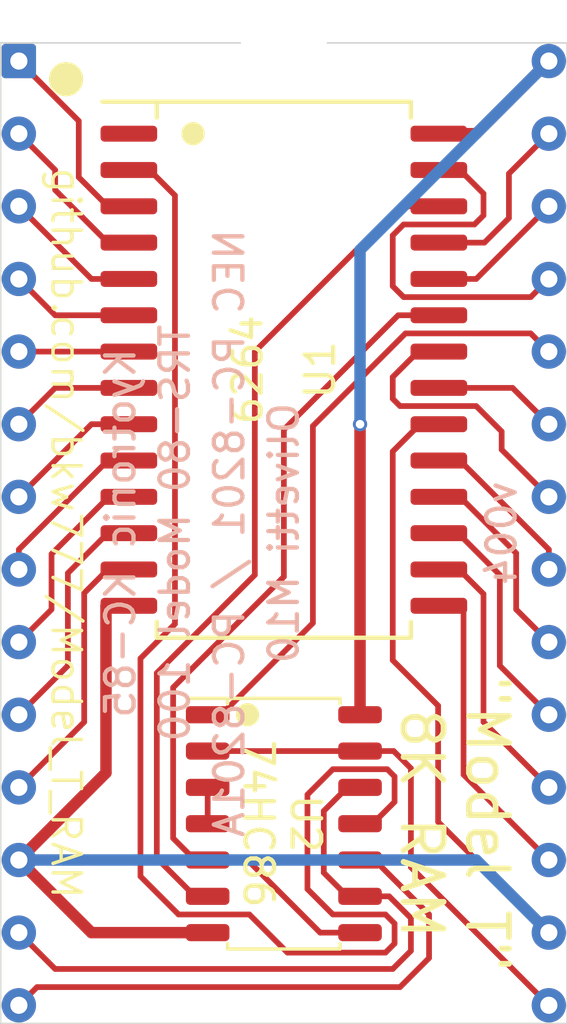
<source format=kicad_pcb>
(kicad_pcb (version 20171130) (host pcbnew 5.1.10-88a1d61d58~88~ubuntu20.10.1)

  (general
    (thickness 1.6)
    (drawings 13)
    (tracks 161)
    (zones 0)
    (modules 4)
    (nets 32)
  )

  (page USLetter)
  (title_block
    (title "Model T RAM Module")
    (date 2021-08-05)
    (rev 004)
    (company b.kenyon.w@gmail.com)
  )

  (layers
    (0 F.Cu signal)
    (31 B.Cu signal)
    (32 B.Adhes user hide)
    (33 F.Adhes user hide)
    (34 B.Paste user hide)
    (35 F.Paste user hide)
    (36 B.SilkS user)
    (37 F.SilkS user)
    (38 B.Mask user)
    (39 F.Mask user)
    (40 Dwgs.User user)
    (41 Cmts.User user hide)
    (42 Eco1.User user hide)
    (43 Eco2.User user hide)
    (44 Edge.Cuts user)
    (45 Margin user hide)
    (46 B.CrtYd user hide)
    (47 F.CrtYd user hide)
  )

  (setup
    (last_trace_width 0.2)
    (user_trace_width 0.4)
    (trace_clearance 0.2)
    (zone_clearance 0.508)
    (zone_45_only no)
    (trace_min 0.2)
    (via_size 0.5)
    (via_drill 0.3)
    (via_min_size 0.5)
    (via_min_drill 0.3)
    (user_via 1.2 0.6)
    (uvia_size 0.5)
    (uvia_drill 0.3)
    (uvias_allowed no)
    (uvia_min_size 0.5)
    (uvia_min_drill 0.3)
    (edge_width 0.05)
    (segment_width 0.2)
    (pcb_text_width 0.3)
    (pcb_text_size 1.5 1.5)
    (mod_edge_width 0.12)
    (mod_text_size 1 1)
    (mod_text_width 0.15)
    (pad_size 1.524 1.524)
    (pad_drill 0.762)
    (pad_to_mask_clearance 0)
    (solder_mask_min_width 0.22)
    (aux_axis_origin 0 0)
    (grid_origin 142.24 99.06)
    (visible_elements FFFFFF7F)
    (pcbplotparams
      (layerselection 0x010f0_ffffffff)
      (usegerberextensions false)
      (usegerberattributes true)
      (usegerberadvancedattributes true)
      (creategerberjobfile true)
      (excludeedgelayer true)
      (linewidth 0.100000)
      (plotframeref false)
      (viasonmask false)
      (mode 1)
      (useauxorigin false)
      (hpglpennumber 1)
      (hpglpenspeed 20)
      (hpglpendiameter 15.000000)
      (psnegative false)
      (psa4output false)
      (plotreference true)
      (plotvalue true)
      (plotinvisibletext false)
      (padsonsilk false)
      (subtractmaskfromsilk false)
      (outputformat 1)
      (mirror false)
      (drillshape 0)
      (scaleselection 1)
      (outputdirectory "GERBER_Model_T_RAM_v004"))
  )

  (net 0 "")
  (net 1 /~CS_C)
  (net 2 /~CS_D)
  (net 3 GND)
  (net 4 /~CS_A)
  (net 5 /~CS_B)
  (net 6 VCC)
  (net 7 /CE2)
  (net 8 /A11)
  (net 9 /A12)
  (net 10 "Net-(U2-Pad3)")
  (net 11 /A7)
  (net 12 /A6)
  (net 13 /A5)
  (net 14 /AD3)
  (net 15 /A4)
  (net 16 /AD4)
  (net 17 /A3)
  (net 18 /AD5)
  (net 19 /A2)
  (net 20 /AD6)
  (net 21 /A1)
  (net 22 /AD7)
  (net 23 /A0)
  (net 24 /~OE)
  (net 25 /AD0)
  (net 26 /A10)
  (net 27 /AD1)
  (net 28 /AD2)
  (net 29 /~WE)
  (net 30 /A9)
  (net 31 /A8)

  (net_class Default "This is the default net class."
    (clearance 0.2)
    (trace_width 0.2)
    (via_dia 0.5)
    (via_drill 0.3)
    (uvia_dia 0.5)
    (uvia_drill 0.3)
    (add_net /A0)
    (add_net /A1)
    (add_net /A10)
    (add_net /A11)
    (add_net /A12)
    (add_net /A2)
    (add_net /A3)
    (add_net /A4)
    (add_net /A5)
    (add_net /A6)
    (add_net /A7)
    (add_net /A8)
    (add_net /A9)
    (add_net /AD0)
    (add_net /AD1)
    (add_net /AD2)
    (add_net /AD3)
    (add_net /AD4)
    (add_net /AD5)
    (add_net /AD6)
    (add_net /AD7)
    (add_net /CE2)
    (add_net /~CS_A)
    (add_net /~CS_B)
    (add_net /~CS_C)
    (add_net /~CS_D)
    (add_net /~OE)
    (add_net /~WE)
    (add_net GND)
    (add_net "Net-(U2-Pad3)")
    (add_net VCC)
  )

  (module 000_LOCAL:NPTH_3mm locked (layer F.Cu) (tedit 6074CF23) (tstamp 610C897B)
    (at 142.24 81.915)
    (fp_text reference REF** (at 0 2 unlocked) (layer F.SilkS) hide
      (effects (font (size 1 1) (thickness 0.1)))
    )
    (fp_text value NPTH_3mm (at 0 -2) (layer F.Fab)
      (effects (font (size 1 1) (thickness 0.1)))
    )
    (pad "" np_thru_hole circle (at 0 0) (size 3 3) (drill 3) (layers *.Cu *.Mask))
  )

  (module 000_LOCAL:SOIC-14_4x9 (layer F.Cu) (tedit 607E2016) (tstamp 6074D738)
    (at 142.24 109.22)
    (descr "SOIC, 14 Pin (JEDEC MS-012AB, https://www.analog.com/media/en/package-pcb-resources/package/pkg_pdf/soic_narrow-r/r_14.pdf), generated with kicad-footprint-generator ipc_gullwing_generator.py")
    (tags "SOIC SO")
    (path /60785C24)
    (attr smd)
    (fp_text reference U2 (at 0.762 0 -90 unlocked) (layer F.SilkS)
      (effects (font (size 1 1) (thickness 0.15)))
    )
    (fp_text value 74HC86 (at -0.889 0 -90 unlocked) (layer F.SilkS)
      (effects (font (size 1 1) (thickness 0.15)))
    )
    (fp_line (start 3.7 -4.58) (end -3.7 -4.58) (layer F.CrtYd) (width 0.05))
    (fp_line (start 3.7 4.58) (end 3.7 -4.58) (layer F.CrtYd) (width 0.05))
    (fp_line (start -3.7 4.58) (end 3.7 4.58) (layer F.CrtYd) (width 0.05))
    (fp_line (start -3.7 -4.58) (end -3.7 4.58) (layer F.CrtYd) (width 0.05))
    (fp_line (start -1.95 -3.35) (end -0.975 -4.325) (layer F.Fab) (width 0.1))
    (fp_line (start -1.95 4.325) (end -1.95 -3.35) (layer F.Fab) (width 0.1))
    (fp_line (start 1.95 4.325) (end -1.95 4.325) (layer F.Fab) (width 0.1))
    (fp_line (start 1.95 -4.325) (end 1.95 4.325) (layer F.Fab) (width 0.1))
    (fp_line (start -0.975 -4.325) (end 1.95 -4.325) (layer F.Fab) (width 0.1))
    (fp_line (start -1.9685 4.191) (end -1.9685 4.3815) (layer F.SilkS) (width 0.12))
    (fp_line (start -1.9685 4.3815) (end 1.9685 4.3815) (layer F.SilkS) (width 0.12))
    (fp_line (start 1.9685 4.3815) (end 1.9685 4.191) (layer F.SilkS) (width 0.12))
    (fp_line (start -3.3655 -4.3815) (end 1.9685 -4.3815) (layer F.SilkS) (width 0.12))
    (fp_line (start 1.9685 -4.191) (end 1.9685 -4.3815) (layer F.SilkS) (width 0.12))
    (fp_line (start -1.9685 -4.191) (end -1.9685 -4.3815) (layer F.SilkS) (width 0.12))
    (fp_circle (center -1.27 -3.81) (end -1.0668 -3.81) (layer F.SilkS) (width 0.4064))
    (fp_text user %R (at 0 0) (layer F.Fab)
      (effects (font (size 0.98 0.98) (thickness 0.15)))
    )
    (pad 14 smd roundrect (at 2.6655 -3.81) (size 1.524 0.6) (layers F.Cu F.Paste F.Mask) (roundrect_rratio 0.25)
      (net 6 VCC))
    (pad 13 smd roundrect (at 2.6655 -2.54) (size 1.524 0.6) (layers F.Cu F.Paste F.Mask) (roundrect_rratio 0.25)
      (net 1 /~CS_C))
    (pad 12 smd roundrect (at 2.6655 -1.27) (size 1.524 0.6) (layers F.Cu F.Paste F.Mask) (roundrect_rratio 0.25)
      (net 4 /~CS_A))
    (pad 11 smd roundrect (at 2.6655 0) (size 1.524 0.6) (layers F.Cu F.Paste F.Mask) (roundrect_rratio 0.25)
      (net 9 /A12))
    (pad 10 smd roundrect (at 2.6655 1.27) (size 1.524 0.6) (layers F.Cu F.Paste F.Mask) (roundrect_rratio 0.25)
      (net 5 /~CS_B))
    (pad 9 smd roundrect (at 2.6655 2.54) (size 1.524 0.6) (layers F.Cu F.Paste F.Mask) (roundrect_rratio 0.25)
      (net 4 /~CS_A))
    (pad 8 smd roundrect (at 2.6655 3.81) (size 1.524 0.6) (layers F.Cu F.Paste F.Mask) (roundrect_rratio 0.25)
      (net 8 /A11))
    (pad 7 smd roundrect (at -2.6655 3.81) (size 1.524 0.6) (layers F.Cu F.Paste F.Mask) (roundrect_rratio 0.25)
      (net 3 GND))
    (pad 6 smd roundrect (at -2.6655 2.54) (size 1.524 0.6) (layers F.Cu F.Paste F.Mask) (roundrect_rratio 0.25)
      (net 7 /CE2))
    (pad 5 smd roundrect (at -2.6655 1.27) (size 1.524 0.6) (layers F.Cu F.Paste F.Mask) (roundrect_rratio 0.25)
      (net 8 /A11))
    (pad 4 smd roundrect (at -2.6655 0) (size 1.524 0.6) (layers F.Cu F.Paste F.Mask) (roundrect_rratio 0.25)
      (net 10 "Net-(U2-Pad3)"))
    (pad 3 smd roundrect (at -2.6655 -1.27) (size 1.524 0.6) (layers F.Cu F.Paste F.Mask) (roundrect_rratio 0.25)
      (net 10 "Net-(U2-Pad3)"))
    (pad 2 smd roundrect (at -2.6655 -2.54) (size 1.524 0.6) (layers F.Cu F.Paste F.Mask) (roundrect_rratio 0.25)
      (net 1 /~CS_C))
    (pad 1 smd roundrect (at -2.6655 -3.81) (size 1.524 0.6) (layers F.Cu F.Paste F.Mask) (roundrect_rratio 0.25)
      (net 2 /~CS_D))
    (model ${KIPRJMOD}/000_LOCAL.pretty/packages3d/SOIC-14_3.9x8.7mm_P1.27mm.step
      (at (xyz 0 0 0))
      (scale (xyz 1 1 1))
      (rotate (xyz 0 0 0))
    )
  )

  (module 000_LOCAL:AS6C6264-55SCN (layer F.Cu) (tedit 607E5D6C) (tstamp 6075359D)
    (at 142.24 93.345)
    (path /60748B1A)
    (attr smd)
    (fp_text reference U1 (at 1.27 0 -90) (layer F.SilkS)
      (effects (font (size 1 1) (thickness 0.15)))
    )
    (fp_text value 6264 (at -1.27 0 -90) (layer F.SilkS)
      (effects (font (size 1 1) (thickness 0.15)))
    )
    (fp_line (start -4.445 9.3726) (end 4.445 9.3726) (layer F.SilkS) (width 0.1524))
    (fp_line (start 4.445 9.3726) (end 4.445 8.81634) (layer F.SilkS) (width 0.1524))
    (fp_line (start 4.445 -9.3726) (end -6.35 -9.3726) (layer F.SilkS) (width 0.1524))
    (fp_line (start -4.445 -9.3726) (end -4.445 -8.81634) (layer F.SilkS) (width 0.1524))
    (fp_line (start -4.445 8.81634) (end -4.445 9.3726) (layer F.SilkS) (width 0.1524))
    (fp_line (start 4.445 -8.81634) (end 4.445 -9.3726) (layer F.SilkS) (width 0.1524))
    (fp_circle (center -3.175 -8.255) (end -2.9718 -8.255) (layer F.SilkS) (width 0.4064))
    (pad 28 smd roundrect (at 5.4229 -8.255) (size 1.9812 0.5588) (layers F.Cu F.Paste F.Mask) (roundrect_rratio 0.25)
      (net 6 VCC))
    (pad 27 smd roundrect (at 5.4229 -6.985) (size 1.9812 0.5588) (layers F.Cu F.Paste F.Mask) (roundrect_rratio 0.25)
      (net 29 /~WE))
    (pad 26 smd roundrect (at 5.4229 -5.715) (size 1.9812 0.5588) (layers F.Cu F.Paste F.Mask) (roundrect_rratio 0.25)
      (net 7 /CE2))
    (pad 25 smd roundrect (at 5.4229 -4.445) (size 1.9812 0.5588) (layers F.Cu F.Paste F.Mask) (roundrect_rratio 0.25)
      (net 31 /A8))
    (pad 24 smd roundrect (at 5.4229 -3.175) (size 1.9812 0.5588) (layers F.Cu F.Paste F.Mask) (roundrect_rratio 0.25)
      (net 30 /A9))
    (pad 23 smd roundrect (at 5.4229 -1.905) (size 1.9812 0.5588) (layers F.Cu F.Paste F.Mask) (roundrect_rratio 0.25)
      (net 8 /A11))
    (pad 22 smd roundrect (at 5.4229 -0.635) (size 1.9812 0.5588) (layers F.Cu F.Paste F.Mask) (roundrect_rratio 0.25)
      (net 24 /~OE))
    (pad 21 smd roundrect (at 5.4229 0.635) (size 1.9812 0.5588) (layers F.Cu F.Paste F.Mask) (roundrect_rratio 0.25)
      (net 26 /A10))
    (pad 20 smd roundrect (at 5.4229 1.905) (size 1.9812 0.5588) (layers F.Cu F.Paste F.Mask) (roundrect_rratio 0.25)
      (net 3 GND))
    (pad 19 smd roundrect (at 5.4229 3.175) (size 1.9812 0.5588) (layers F.Cu F.Paste F.Mask) (roundrect_rratio 0.25)
      (net 22 /AD7))
    (pad 18 smd roundrect (at 5.4229 4.445) (size 1.9812 0.5588) (layers F.Cu F.Paste F.Mask) (roundrect_rratio 0.25)
      (net 20 /AD6))
    (pad 17 smd roundrect (at 5.4229 5.715) (size 1.9812 0.5588) (layers F.Cu F.Paste F.Mask) (roundrect_rratio 0.25)
      (net 18 /AD5))
    (pad 16 smd roundrect (at 5.4229 6.985) (size 1.9812 0.5588) (layers F.Cu F.Paste F.Mask) (roundrect_rratio 0.25)
      (net 16 /AD4))
    (pad 15 smd roundrect (at 5.4229 8.255) (size 1.9812 0.5588) (layers F.Cu F.Paste F.Mask) (roundrect_rratio 0.25)
      (net 14 /AD3))
    (pad 14 smd roundrect (at -5.4229 8.255) (size 1.9812 0.5588) (layers F.Cu F.Paste F.Mask) (roundrect_rratio 0.25)
      (net 3 GND))
    (pad 13 smd roundrect (at -5.4229 6.985) (size 1.9812 0.5588) (layers F.Cu F.Paste F.Mask) (roundrect_rratio 0.25)
      (net 28 /AD2))
    (pad 12 smd roundrect (at -5.4229 5.715) (size 1.9812 0.5588) (layers F.Cu F.Paste F.Mask) (roundrect_rratio 0.25)
      (net 27 /AD1))
    (pad 11 smd roundrect (at -5.4229 4.445) (size 1.9812 0.5588) (layers F.Cu F.Paste F.Mask) (roundrect_rratio 0.25)
      (net 25 /AD0))
    (pad 10 smd roundrect (at -5.4229 3.175) (size 1.9812 0.5588) (layers F.Cu F.Paste F.Mask) (roundrect_rratio 0.25)
      (net 23 /A0))
    (pad 9 smd roundrect (at -5.4229 1.905) (size 1.9812 0.5588) (layers F.Cu F.Paste F.Mask) (roundrect_rratio 0.25)
      (net 21 /A1))
    (pad 8 smd roundrect (at -5.4229 0.635) (size 1.9812 0.5588) (layers F.Cu F.Paste F.Mask) (roundrect_rratio 0.25)
      (net 19 /A2))
    (pad 7 smd roundrect (at -5.4229 -0.635) (size 1.9812 0.5588) (layers F.Cu F.Paste F.Mask) (roundrect_rratio 0.25)
      (net 17 /A3))
    (pad 6 smd roundrect (at -5.4229 -1.905) (size 1.9812 0.5588) (layers F.Cu F.Paste F.Mask) (roundrect_rratio 0.25)
      (net 15 /A4))
    (pad 5 smd roundrect (at -5.4229 -3.175) (size 1.9812 0.5588) (layers F.Cu F.Paste F.Mask) (roundrect_rratio 0.25)
      (net 13 /A5))
    (pad 4 smd roundrect (at -5.4229 -4.445) (size 1.9812 0.5588) (layers F.Cu F.Paste F.Mask) (roundrect_rratio 0.25)
      (net 12 /A6))
    (pad 3 smd roundrect (at -5.4229 -5.715) (size 1.9812 0.5588) (layers F.Cu F.Paste F.Mask) (roundrect_rratio 0.25)
      (net 11 /A7))
    (pad 2 smd roundrect (at -5.4229 -6.985) (size 1.9812 0.5588) (layers F.Cu F.Paste F.Mask) (roundrect_rratio 0.25)
      (net 9 /A12))
    (pad 1 smd roundrect (at -5.4229 -8.255) (size 1.9812 0.5588) (layers F.Cu F.Paste F.Mask) (roundrect_rratio 0.25))
    (model ${KIPRJMOD}/000_LOCAL.pretty/packages3d/SOP-28_MIL330_ALL.step
      (at (xyz 0 0 0))
      (scale (xyz 1 1 1))
      (rotate (xyz 0 0 0))
    )
  )

  (module 000_LOCAL:DIP28_0.73_pcb_sil_pins (layer F.Cu) (tedit 6074CBA6) (tstamp 6074D6F1)
    (at 142.24 99.06)
    (descr "28-lead though-hole mounted DIP package, row spacing 15.24 mm (600 mils)")
    (tags "THT DIP DIL PDIP 2.54mm 15.24mm 600mil")
    (path /60746CE1)
    (fp_text reference J1 (at 0 0 -90) (layer F.SilkS) hide
      (effects (font (size 1 1) (thickness 0.15)))
    )
    (fp_text value KC-85_RAM (at -1.5 0 -90) (layer F.Fab)
      (effects (font (size 1 1) (thickness 0.15)))
    )
    (fp_line (start -9.8806 -17.1196) (end -9.8806 17.1196) (layer F.CrtYd) (width 0.01))
    (fp_line (start -9.8806 17.1196) (end 9.8806 17.1196) (layer F.CrtYd) (width 0.01))
    (fp_line (start 9.8806 17.1196) (end 9.8806 -17.1196) (layer F.CrtYd) (width 0.01))
    (fp_line (start 9.8806 -17.1196) (end -9.8806 -17.1196) (layer F.CrtYd) (width 0.01))
    (fp_text user %R (at 0 0 -90) (layer F.Fab)
      (effects (font (size 1 1) (thickness 0.15)))
    )
    (pad 1 thru_hole roundrect (at -9.271 -16.51) (size 1.2 1.2) (drill 0.6) (layers *.Cu *.Mask) (roundrect_rratio 0.1)
      (net 11 /A7))
    (pad 15 thru_hole circle (at 9.271 16.51) (size 1.2 1.2) (drill 0.6) (layers *.Cu *.Mask)
      (net 1 /~CS_C))
    (pad 2 thru_hole circle (at -9.271 -13.97) (size 1.2 1.2) (drill 0.6) (layers *.Cu *.Mask)
      (net 12 /A6))
    (pad 16 thru_hole circle (at 9.271 13.97) (size 1.2 1.2) (drill 0.6) (layers *.Cu *.Mask)
      (net 3 GND))
    (pad 3 thru_hole circle (at -9.271 -11.43) (size 1.2 1.2) (drill 0.6) (layers *.Cu *.Mask)
      (net 13 /A5))
    (pad 17 thru_hole circle (at 9.271 11.43) (size 1.2 1.2) (drill 0.6) (layers *.Cu *.Mask)
      (net 14 /AD3))
    (pad 4 thru_hole circle (at -9.271 -8.89) (size 1.2 1.2) (drill 0.6) (layers *.Cu *.Mask)
      (net 15 /A4))
    (pad 18 thru_hole circle (at 9.271 8.89) (size 1.2 1.2) (drill 0.6) (layers *.Cu *.Mask)
      (net 16 /AD4))
    (pad 5 thru_hole circle (at -9.271 -6.35) (size 1.2 1.2) (drill 0.6) (layers *.Cu *.Mask)
      (net 17 /A3))
    (pad 19 thru_hole circle (at 9.271 6.35) (size 1.2 1.2) (drill 0.6) (layers *.Cu *.Mask)
      (net 18 /AD5))
    (pad 6 thru_hole circle (at -9.271 -3.81) (size 1.2 1.2) (drill 0.6) (layers *.Cu *.Mask)
      (net 19 /A2))
    (pad 20 thru_hole circle (at 9.271 3.81) (size 1.2 1.2) (drill 0.6) (layers *.Cu *.Mask)
      (net 20 /AD6))
    (pad 7 thru_hole circle (at -9.271 -1.27) (size 1.2 1.2) (drill 0.6) (layers *.Cu *.Mask)
      (net 21 /A1))
    (pad 21 thru_hole circle (at 9.271 1.27) (size 1.2 1.2) (drill 0.6) (layers *.Cu *.Mask)
      (net 22 /AD7))
    (pad 8 thru_hole circle (at -9.271 1.27) (size 1.2 1.2) (drill 0.6) (layers *.Cu *.Mask)
      (net 23 /A0))
    (pad 22 thru_hole circle (at 9.271 -1.27) (size 1.2 1.2) (drill 0.6) (layers *.Cu *.Mask)
      (net 24 /~OE))
    (pad 9 thru_hole circle (at -9.271 3.81) (size 1.2 1.2) (drill 0.6) (layers *.Cu *.Mask)
      (net 25 /AD0))
    (pad 23 thru_hole circle (at 9.271 -3.81) (size 1.2 1.2) (drill 0.6) (layers *.Cu *.Mask)
      (net 26 /A10))
    (pad 10 thru_hole circle (at -9.271 6.35) (size 1.2 1.2) (drill 0.6) (layers *.Cu *.Mask)
      (net 27 /AD1))
    (pad 24 thru_hole circle (at 9.271 -6.35) (size 1.2 1.2) (drill 0.6) (layers *.Cu *.Mask)
      (net 2 /~CS_D))
    (pad 11 thru_hole circle (at -9.271 8.89) (size 1.2 1.2) (drill 0.6) (layers *.Cu *.Mask)
      (net 28 /AD2))
    (pad 25 thru_hole circle (at 9.271 -8.89) (size 1.2 1.2) (drill 0.6) (layers *.Cu *.Mask)
      (net 29 /~WE))
    (pad 12 thru_hole circle (at -9.271 11.43) (size 1.2 1.2) (drill 0.6) (layers *.Cu *.Mask)
      (net 3 GND))
    (pad 26 thru_hole circle (at 9.271 -11.43) (size 1.2 1.2) (drill 0.6) (layers *.Cu *.Mask)
      (net 30 /A9))
    (pad 13 thru_hole circle (at -9.271 13.97) (size 1.2 1.2) (drill 0.6) (layers *.Cu *.Mask)
      (net 4 /~CS_A))
    (pad 27 thru_hole circle (at 9.271 -13.97) (size 1.2 1.2) (drill 0.6) (layers *.Cu *.Mask)
      (net 31 /A8))
    (pad 14 thru_hole circle (at -9.271 16.51) (size 1.2 1.2) (drill 0.6) (layers *.Cu *.Mask)
      (net 5 /~CS_B))
    (pad 28 thru_hole circle (at 9.271 -16.51) (size 1.2 1.2) (drill 0.6) (layers *.Cu *.Mask)
      (net 6 VCC))
    (model ${KIPRJMOD}/000_LOCAL.pretty/packages3d/DIL_LEG.step
      (offset (xyz -9.271000000000001 16.51 0.18034))
      (scale (xyz 1 1 1))
      (rotate (xyz 0 0 0))
    )
    (model ${KIPRJMOD}/000_LOCAL.pretty/packages3d/DIL_LEG.step
      (offset (xyz -9.271000000000001 13.97 0.18034))
      (scale (xyz 1 1 1))
      (rotate (xyz 0 0 0))
    )
    (model ${KIPRJMOD}/000_LOCAL.pretty/packages3d/DIL_LEG.step
      (offset (xyz -9.271000000000001 11.43 0.18034))
      (scale (xyz 1 1 1))
      (rotate (xyz 0 0 0))
    )
    (model ${KIPRJMOD}/000_LOCAL.pretty/packages3d/DIL_LEG.step
      (offset (xyz -9.271000000000001 8.890000000000001 0.18034))
      (scale (xyz 1 1 1))
      (rotate (xyz 0 0 0))
    )
    (model ${KIPRJMOD}/000_LOCAL.pretty/packages3d/DIL_LEG.step
      (offset (xyz -9.271000000000001 6.35 0.18034))
      (scale (xyz 1 1 1))
      (rotate (xyz 0 0 0))
    )
    (model ${KIPRJMOD}/000_LOCAL.pretty/packages3d/DIL_LEG.step
      (offset (xyz -9.271000000000001 3.81 0.18034))
      (scale (xyz 1 1 1))
      (rotate (xyz 0 0 0))
    )
    (model ${KIPRJMOD}/000_LOCAL.pretty/packages3d/DIL_LEG.step
      (offset (xyz -9.271000000000001 1.27 0.18034))
      (scale (xyz 1 1 1))
      (rotate (xyz 0 0 0))
    )
    (model ${KIPRJMOD}/000_LOCAL.pretty/packages3d/DIL_LEG.step
      (offset (xyz -9.271000000000001 -1.27 0.18034))
      (scale (xyz 1 1 1))
      (rotate (xyz 0 0 0))
    )
    (model ${KIPRJMOD}/000_LOCAL.pretty/packages3d/DIL_LEG.step
      (offset (xyz -9.271000000000001 -3.81 0.18034))
      (scale (xyz 1 1 1))
      (rotate (xyz 0 0 0))
    )
    (model ${KIPRJMOD}/000_LOCAL.pretty/packages3d/DIL_LEG.step
      (offset (xyz -9.271000000000001 -6.35 0.18034))
      (scale (xyz 1 1 1))
      (rotate (xyz 0 0 0))
    )
    (model ${KIPRJMOD}/000_LOCAL.pretty/packages3d/DIL_LEG.step
      (offset (xyz -9.271000000000001 -8.890000000000001 0.18034))
      (scale (xyz 1 1 1))
      (rotate (xyz 0 0 0))
    )
    (model ${KIPRJMOD}/000_LOCAL.pretty/packages3d/DIL_LEG.step
      (offset (xyz -9.271000000000001 -11.43 0.18034))
      (scale (xyz 1 1 1))
      (rotate (xyz 0 0 0))
    )
    (model ${KIPRJMOD}/000_LOCAL.pretty/packages3d/DIL_LEG.step
      (offset (xyz -9.271000000000001 -13.97 0.18034))
      (scale (xyz 1 1 1))
      (rotate (xyz 0 0 0))
    )
    (model ${KIPRJMOD}/000_LOCAL.pretty/packages3d/DIL_LEG.step
      (offset (xyz -9.271000000000001 -16.51 0.18034))
      (scale (xyz 1 1 1))
      (rotate (xyz 0 0 0))
    )
    (model ${KIPRJMOD}/000_LOCAL.pretty/packages3d/DIL_LEG.step
      (offset (xyz 9.271000000000001 -16.51 0.18034))
      (scale (xyz 1 1 1))
      (rotate (xyz 0 0 0))
    )
    (model ${KIPRJMOD}/000_LOCAL.pretty/packages3d/DIL_LEG.step
      (offset (xyz 9.271000000000001 -13.97 0.18034))
      (scale (xyz 1 1 1))
      (rotate (xyz 0 0 0))
    )
    (model ${KIPRJMOD}/000_LOCAL.pretty/packages3d/DIL_LEG.step
      (offset (xyz 9.271000000000001 -11.43 0.18034))
      (scale (xyz 1 1 1))
      (rotate (xyz 0 0 0))
    )
    (model ${KIPRJMOD}/000_LOCAL.pretty/packages3d/DIL_LEG.step
      (offset (xyz 9.271000000000001 -8.890000000000001 0.18034))
      (scale (xyz 1 1 1))
      (rotate (xyz 0 0 0))
    )
    (model ${KIPRJMOD}/000_LOCAL.pretty/packages3d/DIL_LEG.step
      (offset (xyz 9.271000000000001 -6.35 0.18034))
      (scale (xyz 1 1 1))
      (rotate (xyz 0 0 0))
    )
    (model ${KIPRJMOD}/000_LOCAL.pretty/packages3d/DIL_LEG.step
      (offset (xyz 9.271000000000001 -3.81 0.18034))
      (scale (xyz 1 1 1))
      (rotate (xyz 0 0 0))
    )
    (model ${KIPRJMOD}/000_LOCAL.pretty/packages3d/DIL_LEG.step
      (offset (xyz 9.271000000000001 -1.27 0.18034))
      (scale (xyz 1 1 1))
      (rotate (xyz 0 0 0))
    )
    (model ${KIPRJMOD}/000_LOCAL.pretty/packages3d/DIL_LEG.step
      (offset (xyz 9.271000000000001 1.27 0.18034))
      (scale (xyz 1 1 1))
      (rotate (xyz 0 0 0))
    )
    (model ${KIPRJMOD}/000_LOCAL.pretty/packages3d/DIL_LEG.step
      (offset (xyz 9.271000000000001 3.81 0.18034))
      (scale (xyz 1 1 1))
      (rotate (xyz 0 0 0))
    )
    (model ${KIPRJMOD}/000_LOCAL.pretty/packages3d/DIL_LEG.step
      (offset (xyz 9.271000000000001 6.35 0.18034))
      (scale (xyz 1 1 1))
      (rotate (xyz 0 0 0))
    )
    (model ${KIPRJMOD}/000_LOCAL.pretty/packages3d/DIL_LEG.step
      (offset (xyz 9.271000000000001 8.890000000000001 0.18034))
      (scale (xyz 1 1 1))
      (rotate (xyz 0 0 0))
    )
    (model ${KIPRJMOD}/000_LOCAL.pretty/packages3d/DIL_LEG.step
      (offset (xyz 9.271000000000001 11.43 0.18034))
      (scale (xyz 1 1 1))
      (rotate (xyz 0 0 0))
    )
    (model ${KIPRJMOD}/000_LOCAL.pretty/packages3d/DIL_LEG.step
      (offset (xyz 9.271000000000001 13.97 0.18034))
      (scale (xyz 1 1 1))
      (rotate (xyz 0 0 0))
    )
    (model ${KIPRJMOD}/000_LOCAL.pretty/packages3d/DIL_LEG.step
      (offset (xyz 9.271000000000001 16.51 0.18034))
      (scale (xyz 1 1 1))
      (rotate (xyz 0 0 0))
    )
  )

  (gr_text v004 (at 149.86 99.06 90) (layer B.SilkS)
    (effects (font (size 1 1) (thickness 0.15)) (justify mirror))
  )
  (gr_text "Olivetti M10" (at 142.24 99.06 90) (layer B.SilkS) (tstamp 6075FF6C)
    (effects (font (size 1 1) (thickness 0.15)) (justify mirror))
  )
  (gr_text "NEC PC-8201 / PC-8201A" (at 140.335 99.06 90) (layer B.SilkS) (tstamp 6075FF6A)
    (effects (font (size 1 1) (thickness 0.15)) (justify mirror))
  )
  (gr_text "Kyotronic KC-85" (at 136.525 99.06 90) (layer B.SilkS) (tstamp 6075FF68)
    (effects (font (size 1 1) (thickness 0.15)) (justify mirror))
  )
  (gr_text "TRS-80 Model 100" (at 138.43 99.06 -270) (layer B.SilkS)
    (effects (font (size 1 1) (thickness 0.15)) (justify mirror))
  )
  (gr_text github.com/bkw777/Model_T_RAM (at 134.62 99.06 -90) (layer F.SilkS)
    (effects (font (size 1 1) (thickness 0.12)))
  )
  (gr_circle (center 134.62 83.185) (end 134.92 83.185) (layer F.SilkS) (width 0.6))
  (gr_text "8K RAM" (at 147.066 109.22 -90) (layer F.SilkS) (tstamp 607587F3)
    (effects (font (size 1.4 1.4) (thickness 0.2)))
  )
  (gr_text "\"Model T\"" (at 149.352 109.22 -90) (layer F.SilkS)
    (effects (font (size 1.4 1.4) (thickness 0.2)))
  )
  (gr_line (start 152.146 81.915) (end 132.334 81.915) (layer Edge.Cuts) (width 0.05) (tstamp 6074DB6C))
  (gr_line (start 152.146 116.205) (end 152.146 81.915) (layer Edge.Cuts) (width 0.05))
  (gr_line (start 132.334 116.205) (end 152.146 116.205) (layer Edge.Cuts) (width 0.05))
  (gr_line (start 132.334 81.915) (end 132.334 116.205) (layer Edge.Cuts) (width 0.05))

  (segment (start 146.685 110.744) (end 151.511 115.57) (width 0.2) (layer F.Cu) (net 1))
  (segment (start 146.685 107.28325) (end 146.685 110.744) (width 0.2) (layer F.Cu) (net 1))
  (segment (start 146.08175 106.68) (end 146.685 107.28325) (width 0.2) (layer F.Cu) (net 1))
  (segment (start 139.5745 106.68) (end 146.08175 106.68) (width 0.2) (layer F.Cu) (net 1))
  (segment (start 146.4945 92.075) (end 150.876 92.075) (width 0.2) (layer F.Cu) (net 2))
  (segment (start 143.256 95.3135) (end 146.4945 92.075) (width 0.2) (layer F.Cu) (net 2))
  (segment (start 150.876 92.075) (end 151.511 92.71) (width 0.2) (layer F.Cu) (net 2))
  (segment (start 143.256 102.20325) (end 143.256 95.3135) (width 0.2) (layer F.Cu) (net 2))
  (segment (start 140.04925 105.41) (end 143.256 102.20325) (width 0.2) (layer F.Cu) (net 2))
  (segment (start 139.5745 105.41) (end 140.04925 105.41) (width 0.2) (layer F.Cu) (net 2))
  (segment (start 135.509 113.03) (end 132.969 110.49) (width 0.4) (layer F.Cu) (net 3))
  (segment (start 139.5745 113.03) (end 135.509 113.03) (width 0.4) (layer F.Cu) (net 3))
  (segment (start 136.017 107.442) (end 132.969 110.49) (width 0.4) (layer F.Cu) (net 3))
  (segment (start 136.017 101.6) (end 136.017 107.442) (width 0.4) (layer F.Cu) (net 3))
  (segment (start 136.8171 101.6) (end 136.017 101.6) (width 0.4) (layer F.Cu) (net 3))
  (segment (start 147.6375 109.1565) (end 151.511 113.03) (width 0.2) (layer F.Cu) (net 3))
  (segment (start 147.6375 105.0925) (end 147.6375 109.1565) (width 0.2) (layer F.Cu) (net 3))
  (segment (start 146.05 103.505) (end 147.6375 105.0925) (width 0.2) (layer F.Cu) (net 3))
  (segment (start 146.05 96.2025) (end 146.05 103.505) (width 0.2) (layer F.Cu) (net 3))
  (segment (start 147.0025 95.25) (end 146.05 96.2025) (width 0.2) (layer F.Cu) (net 3))
  (segment (start 147.6629 95.25) (end 147.0025 95.25) (width 0.2) (layer F.Cu) (net 3))
  (segment (start 148.971 110.49) (end 151.511 113.03) (width 0.4) (layer B.Cu) (net 3))
  (segment (start 132.969 110.49) (end 148.971 110.49) (width 0.4) (layer B.Cu) (net 3))
  (segment (start 145.923 111.76) (end 144.9055 111.76) (width 0.2) (layer F.Cu) (net 4))
  (segment (start 146.685 112.522) (end 145.923 111.76) (width 0.2) (layer F.Cu) (net 4))
  (segment (start 146.685 113.665) (end 146.685 112.522) (width 0.2) (layer F.Cu) (net 4))
  (segment (start 146.05 114.3) (end 146.685 113.665) (width 0.2) (layer F.Cu) (net 4))
  (segment (start 134.239 114.3) (end 146.05 114.3) (width 0.2) (layer F.Cu) (net 4))
  (segment (start 132.969 113.03) (end 134.239 114.3) (width 0.2) (layer F.Cu) (net 4))
  (segment (start 144.4625 107.95) (end 144.9055 107.95) (width 0.2) (layer F.Cu) (net 4))
  (segment (start 143.637 108.7755) (end 144.4625 107.95) (width 0.2) (layer F.Cu) (net 4))
  (segment (start 143.637 110.9345) (end 143.637 108.7755) (width 0.2) (layer F.Cu) (net 4))
  (segment (start 144.4625 111.76) (end 143.637 110.9345) (width 0.2) (layer F.Cu) (net 4))
  (segment (start 144.9055 111.76) (end 144.4625 111.76) (width 0.2) (layer F.Cu) (net 4))
  (segment (start 145.415 110.49) (end 144.9055 110.49) (width 0.2) (layer F.Cu) (net 5))
  (segment (start 147.32 112.395) (end 145.415 110.49) (width 0.2) (layer F.Cu) (net 5))
  (segment (start 147.32 113.919) (end 147.32 112.395) (width 0.2) (layer F.Cu) (net 5))
  (segment (start 146.304 114.935) (end 147.32 113.919) (width 0.2) (layer F.Cu) (net 5))
  (segment (start 133.604 114.935) (end 146.304 114.935) (width 0.2) (layer F.Cu) (net 5))
  (segment (start 132.969 115.57) (end 133.604 114.935) (width 0.2) (layer F.Cu) (net 5))
  (segment (start 148.971 85.09) (end 151.511 82.55) (width 0.4) (layer F.Cu) (net 6))
  (segment (start 148.971 85.09) (end 147.6629 85.09) (width 0.4) (layer F.Cu) (net 6))
  (segment (start 144.9055 105.41) (end 144.9055 95.25) (width 0.4) (layer F.Cu) (net 6))
  (segment (start 144.9055 89.1555) (end 151.511 82.55) (width 0.4) (layer B.Cu) (net 6))
  (segment (start 144.9055 95.25) (end 144.9055 89.1555) (width 0.4) (layer B.Cu) (net 6))
  (via (at 144.9055 95.25) (size 0.5) (drill 0.3) (layers F.Cu B.Cu) (net 6))
  (segment (start 146.304 87.63) (end 147.6629 87.63) (width 0.2) (layer F.Cu) (net 7))
  (segment (start 141.224 92.71) (end 146.304 87.63) (width 0.2) (layer F.Cu) (net 7))
  (segment (start 141.224 100.5205) (end 141.224 92.71) (width 0.2) (layer F.Cu) (net 7))
  (segment (start 137.795 103.9495) (end 141.224 100.5205) (width 0.2) (layer F.Cu) (net 7))
  (segment (start 137.795 110.4265) (end 137.795 103.9495) (width 0.2) (layer F.Cu) (net 7))
  (segment (start 139.1285 111.76) (end 137.795 110.4265) (width 0.2) (layer F.Cu) (net 7))
  (segment (start 139.5745 111.76) (end 139.1285 111.76) (width 0.2) (layer F.Cu) (net 7))
  (segment (start 144.715 113.03) (end 144.715 113.03) (width 0.2) (layer F.Cu) (net 8))
  (segment (start 146.2405 91.44) (end 147.6629 91.44) (width 0.2) (layer F.Cu) (net 8))
  (segment (start 142.24 95.4405) (end 146.2405 91.44) (width 0.2) (layer F.Cu) (net 8))
  (segment (start 142.24 100.584) (end 142.24 95.4405) (width 0.2) (layer F.Cu) (net 8))
  (segment (start 138.3665 104.4575) (end 142.24 100.584) (width 0.2) (layer F.Cu) (net 8))
  (segment (start 138.3665 109.728) (end 138.3665 104.4575) (width 0.2) (layer F.Cu) (net 8))
  (segment (start 140.97 110.49) (end 139.1285 110.49) (width 0.2) (layer F.Cu) (net 8))
  (segment (start 143.51 113.03) (end 140.97 110.49) (width 0.2) (layer F.Cu) (net 8))
  (segment (start 139.1285 110.49) (end 138.3665 109.728) (width 0.2) (layer F.Cu) (net 8))
  (segment (start 144.9055 113.03) (end 143.51 113.03) (width 0.2) (layer F.Cu) (net 8))
  (segment (start 145.3515 109.22) (end 144.9055 109.22) (width 0.2) (layer F.Cu) (net 9))
  (segment (start 146.1135 108.458) (end 145.3515 109.22) (width 0.2) (layer F.Cu) (net 9))
  (segment (start 143.9545 107.315) (end 145.8595 107.315) (width 0.2) (layer F.Cu) (net 9))
  (segment (start 143.0655 108.204) (end 143.9545 107.315) (width 0.2) (layer F.Cu) (net 9))
  (segment (start 143.0655 111.506) (end 143.0655 108.204) (width 0.2) (layer F.Cu) (net 9))
  (segment (start 137.541 86.36) (end 138.43 87.249) (width 0.2) (layer F.Cu) (net 9))
  (segment (start 137.2235 103.4415) (end 137.2235 111.0615) (width 0.2) (layer F.Cu) (net 9))
  (segment (start 136.8171 86.36) (end 137.541 86.36) (width 0.2) (layer F.Cu) (net 9))
  (segment (start 138.43 87.249) (end 138.43 102.235) (width 0.2) (layer F.Cu) (net 9))
  (segment (start 138.43 102.235) (end 137.2235 103.4415) (width 0.2) (layer F.Cu) (net 9))
  (segment (start 145.796 112.395) (end 143.9545 112.395) (width 0.2) (layer F.Cu) (net 9))
  (segment (start 143.9545 112.395) (end 143.0655 111.506) (width 0.2) (layer F.Cu) (net 9))
  (segment (start 137.2235 111.0615) (end 138.557 112.395) (width 0.2) (layer F.Cu) (net 9))
  (segment (start 138.557 112.395) (end 141.0335 112.395) (width 0.2) (layer F.Cu) (net 9))
  (segment (start 141.0335 112.395) (end 142.367 113.7285) (width 0.2) (layer F.Cu) (net 9))
  (segment (start 142.367 113.7285) (end 145.796 113.7285) (width 0.2) (layer F.Cu) (net 9))
  (segment (start 145.8595 107.315) (end 146.1135 107.569) (width 0.2) (layer F.Cu) (net 9))
  (segment (start 145.796 113.7285) (end 146.1135 113.411) (width 0.2) (layer F.Cu) (net 9))
  (segment (start 146.1135 113.411) (end 146.1135 112.7125) (width 0.2) (layer F.Cu) (net 9))
  (segment (start 146.1135 107.569) (end 146.1135 108.458) (width 0.2) (layer F.Cu) (net 9))
  (segment (start 146.1135 112.7125) (end 145.796 112.395) (width 0.2) (layer F.Cu) (net 9))
  (segment (start 139.5745 109.22) (end 139.5745 107.95) (width 0.2) (layer F.Cu) (net 10))
  (segment (start 135.0645 86.614) (end 135.0645 84.6455) (width 0.2) (layer F.Cu) (net 11))
  (segment (start 136.0805 87.63) (end 135.0645 86.614) (width 0.2) (layer F.Cu) (net 11))
  (segment (start 135.0645 84.6455) (end 132.969 82.55) (width 0.2) (layer F.Cu) (net 11))
  (segment (start 136.8171 87.63) (end 136.0805 87.63) (width 0.2) (layer F.Cu) (net 11))
  (segment (start 134.239 86.36) (end 132.969 85.09) (width 0.2) (layer F.Cu) (net 12))
  (segment (start 134.239 87.0585) (end 134.239 86.36) (width 0.2) (layer F.Cu) (net 12))
  (segment (start 136.0805 88.9) (end 134.239 87.0585) (width 0.2) (layer F.Cu) (net 12))
  (segment (start 136.8171 88.9) (end 136.0805 88.9) (width 0.2) (layer F.Cu) (net 12))
  (segment (start 136.8171 90.17) (end 135.509 90.17) (width 0.2) (layer F.Cu) (net 13))
  (segment (start 135.509 90.17) (end 132.969 87.63) (width 0.2) (layer F.Cu) (net 13))
  (segment (start 148.5265 101.6) (end 147.6629 101.6) (width 0.2) (layer F.Cu) (net 14))
  (segment (start 148.5265 107.5055) (end 148.5265 101.6) (width 0.2) (layer F.Cu) (net 14))
  (segment (start 151.511 110.49) (end 148.5265 107.5055) (width 0.2) (layer F.Cu) (net 14))
  (segment (start 134.239 91.44) (end 132.969 90.17) (width 0.2) (layer F.Cu) (net 15))
  (segment (start 136.8171 91.44) (end 134.239 91.44) (width 0.2) (layer F.Cu) (net 15))
  (segment (start 148.36775 100.33) (end 147.6629 100.33) (width 0.2) (layer F.Cu) (net 16))
  (segment (start 149.225 101.18725) (end 148.36775 100.33) (width 0.2) (layer F.Cu) (net 16))
  (segment (start 149.225 105.664) (end 149.225 101.18725) (width 0.2) (layer F.Cu) (net 16))
  (segment (start 151.511 107.95) (end 149.225 105.664) (width 0.2) (layer F.Cu) (net 16))
  (segment (start 132.969 92.71) (end 136.8171 92.71) (width 0.2) (layer F.Cu) (net 17))
  (segment (start 148.336 99.06) (end 147.6629 99.06) (width 0.2) (layer F.Cu) (net 18))
  (segment (start 149.7965 100.5205) (end 148.336 99.06) (width 0.2) (layer F.Cu) (net 18))
  (segment (start 149.7965 103.6955) (end 149.7965 100.5205) (width 0.2) (layer F.Cu) (net 18))
  (segment (start 151.511 105.41) (end 149.7965 103.6955) (width 0.2) (layer F.Cu) (net 18))
  (segment (start 134.239 93.98) (end 132.969 95.25) (width 0.2) (layer F.Cu) (net 19))
  (segment (start 136.8171 93.98) (end 134.239 93.98) (width 0.2) (layer F.Cu) (net 19))
  (segment (start 148.3995 97.79) (end 147.6629 97.79) (width 0.2) (layer F.Cu) (net 20))
  (segment (start 150.368 99.7585) (end 148.3995 97.79) (width 0.2) (layer F.Cu) (net 20))
  (segment (start 150.368 101.727) (end 150.368 99.7585) (width 0.2) (layer F.Cu) (net 20))
  (segment (start 151.511 102.87) (end 150.368 101.727) (width 0.2) (layer F.Cu) (net 20))
  (segment (start 135.509 95.25) (end 132.969 97.79) (width 0.2) (layer F.Cu) (net 21))
  (segment (start 136.8171 95.25) (end 135.509 95.25) (width 0.2) (layer F.Cu) (net 21))
  (segment (start 148.3995 96.52) (end 147.6629 96.52) (width 0.2) (layer F.Cu) (net 22))
  (segment (start 151.511 99.6315) (end 148.3995 96.52) (width 0.2) (layer F.Cu) (net 22))
  (segment (start 151.511 100.33) (end 151.511 99.6315) (width 0.2) (layer F.Cu) (net 22))
  (segment (start 136.8171 96.52) (end 136.0805 96.52) (width 0.2) (layer F.Cu) (net 23))
  (segment (start 136.0805 96.52) (end 132.969 99.6315) (width 0.2) (layer F.Cu) (net 23))
  (segment (start 132.969 99.6315) (end 132.969 100.33) (width 0.2) (layer F.Cu) (net 23))
  (segment (start 146.939 92.71) (end 147.6629 92.71) (width 0.2) (layer F.Cu) (net 24))
  (segment (start 146.05 93.599) (end 146.939 92.71) (width 0.2) (layer F.Cu) (net 24))
  (segment (start 146.05 94.361) (end 146.05 93.599) (width 0.2) (layer F.Cu) (net 24))
  (segment (start 146.304 94.615) (end 146.05 94.361) (width 0.2) (layer F.Cu) (net 24))
  (segment (start 148.971 94.615) (end 146.304 94.615) (width 0.2) (layer F.Cu) (net 24))
  (segment (start 149.86 95.504) (end 148.971 94.615) (width 0.2) (layer F.Cu) (net 24))
  (segment (start 149.86 96.139) (end 149.86 95.504) (width 0.2) (layer F.Cu) (net 24))
  (segment (start 151.511 97.79) (end 149.86 96.139) (width 0.2) (layer F.Cu) (net 24))
  (segment (start 134.112 101.727) (end 132.969 102.87) (width 0.2) (layer F.Cu) (net 25))
  (segment (start 134.112 99.79025) (end 134.112 101.727) (width 0.2) (layer F.Cu) (net 25))
  (segment (start 136.11225 97.79) (end 134.112 99.79025) (width 0.2) (layer F.Cu) (net 25))
  (segment (start 136.8171 97.79) (end 136.11225 97.79) (width 0.2) (layer F.Cu) (net 25))
  (segment (start 150.241 93.98) (end 151.511 95.25) (width 0.2) (layer F.Cu) (net 26))
  (segment (start 147.6629 93.98) (end 150.241 93.98) (width 0.2) (layer F.Cu) (net 26))
  (segment (start 134.6835 103.6955) (end 132.969 105.41) (width 0.2) (layer F.Cu) (net 27))
  (segment (start 134.6835 100.457) (end 134.6835 103.6955) (width 0.2) (layer F.Cu) (net 27))
  (segment (start 136.0805 99.06) (end 134.6835 100.457) (width 0.2) (layer F.Cu) (net 27))
  (segment (start 136.8171 99.06) (end 136.0805 99.06) (width 0.2) (layer F.Cu) (net 27))
  (segment (start 135.255 105.664) (end 132.969 107.95) (width 0.2) (layer F.Cu) (net 28))
  (segment (start 135.255 101.1555) (end 135.255 105.664) (width 0.2) (layer F.Cu) (net 28))
  (segment (start 136.0805 100.33) (end 135.255 101.1555) (width 0.2) (layer F.Cu) (net 28))
  (segment (start 136.8171 100.33) (end 136.0805 100.33) (width 0.2) (layer F.Cu) (net 28))
  (segment (start 150.876 90.805) (end 151.511 90.17) (width 0.2) (layer F.Cu) (net 29))
  (segment (start 146.431 90.805) (end 150.876 90.805) (width 0.2) (layer F.Cu) (net 29))
  (segment (start 146.05 90.424) (end 146.431 90.805) (width 0.2) (layer F.Cu) (net 29))
  (segment (start 146.05 88.646) (end 146.05 90.424) (width 0.2) (layer F.Cu) (net 29))
  (segment (start 149.225 87.9475) (end 148.9075 88.265) (width 0.2) (layer F.Cu) (net 29))
  (segment (start 149.225 87.1855) (end 149.225 87.9475) (width 0.2) (layer F.Cu) (net 29))
  (segment (start 146.431 88.265) (end 146.05 88.646) (width 0.2) (layer F.Cu) (net 29))
  (segment (start 148.9075 88.265) (end 146.431 88.265) (width 0.2) (layer F.Cu) (net 29))
  (segment (start 148.3995 86.36) (end 149.225 87.1855) (width 0.2) (layer F.Cu) (net 29))
  (segment (start 147.6629 86.36) (end 148.3995 86.36) (width 0.2) (layer F.Cu) (net 29))
  (segment (start 148.971 90.17) (end 147.6629 90.17) (width 0.2) (layer F.Cu) (net 30))
  (segment (start 151.511 87.63) (end 148.971 90.17) (width 0.2) (layer F.Cu) (net 30))
  (segment (start 149.25675 88.9) (end 147.6629 88.9) (width 0.2) (layer F.Cu) (net 31))
  (segment (start 150.114 88.04275) (end 149.25675 88.9) (width 0.2) (layer F.Cu) (net 31))
  (segment (start 150.114 86.487) (end 150.114 88.04275) (width 0.2) (layer F.Cu) (net 31))
  (segment (start 151.511 85.09) (end 150.114 86.487) (width 0.2) (layer F.Cu) (net 31))

)

</source>
